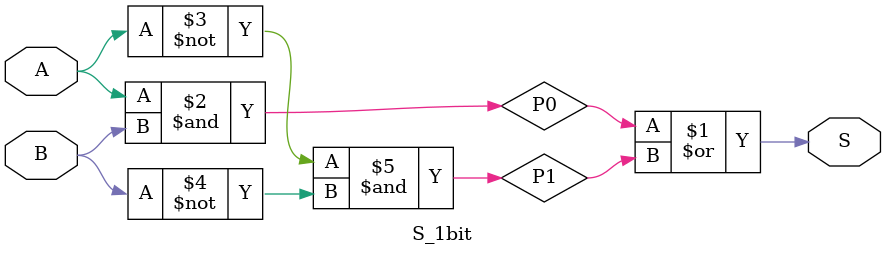
<source format=v>
/*------------------------------------------------------------------------
---- Module: S_1bit                                                   ----
---- Description: 1 bit comparator                                    ----
---- Author/s:  Héctor Lacomi                                         ----
---- Last revision: Sep. 2023                                         ----
---- Dependencies:  None                                              ----
------------------------------------------------------------------------*/

module S_1bit(
    input wire A, B,  		//Declaración de los puertos de entrada
    output wire S     		//Declaración del puerto de salida
    );

	wire P0, P1;    	//Declaracíón del tipo de dato
	assign S = P0 | P1;	/*Asignación continua S:salida - P0 y P1 entradas. Forma mas sencilla. 
				de describir lógica - | reŕesenta "or" */
	assign P0= A & B;	// & representa "and"//
	assign P1= ~A & ~B;	//~ representa "not"

endmodule

</source>
